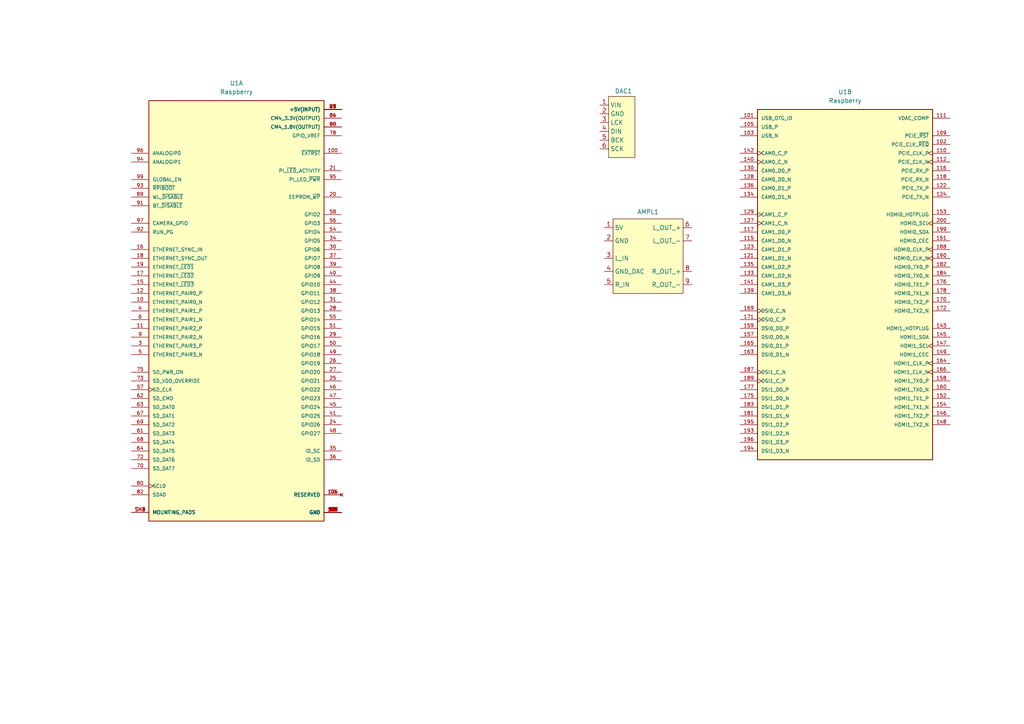
<source format=kicad_sch>
(kicad_sch (version 20250114) (generator "eeschema") (generator_version "9.0")
  (paper "A4")
  (lib_symbols
    (symbol "PAM8403:PAM8403_Amplifier"
      (property "Reference" "AMPL" (at -45.72 42.672 0))
      (symbol "PAM8403_Amplifier_1_1"
        (rectangle (start -55.88 40.64) (end -35.56 19.05) (stroke (width 0) (color 82 0 0 1)) (fill (type background)))
        (pin power_in line (at -58.42 38.1 0) (length 2.54) (name "5V") (number "1"))
        (pin power_in line (at -58.42 34.29 0) (length 2.54) (name "GND") (number "2"))
        (pin input line (at -58.42 29.21 0) (length 2.54) (name "L_IN") (number "3"))
        (pin power_in line (at -58.42 25.4 0) (length 2.54) (name "GND_DAC") (number "4"))
        (pin input line (at -58.42 21.59 0) (length 2.54) (name "R_IN") (number "5"))
        (pin output line (at -33.02 38.1 180) (length 2.54) (name "L_OUT_+") (number "6"))
        (pin output line (at -33.02 34.29 180) (length 2.54) (name "L_OUT_-") (number "7"))
        (pin output line (at -33.02 25.4 180) (length 2.54) (name "R_OUT_+") (number "8"))
        (pin output line (at -33.02 21.59 180) (length 2.54) (name "R_OUT_-") (number "9"))
      )
    )
    (symbol "PCM5102:PCM5102_DAC"
      (property "Reference" "DAC" (at 36.576 -9.906 0))
      (symbol "PCM5102_DAC_1_1"
        (rectangle (start 33.02 -11.43) (end 40.64 -29.21) (stroke (width 0) (color 92 7 9 1)) (fill (type background)))
        (pin power_in line (at 30.48 -13.97 0) (length 2.54) (name "VIN") (number "1"))
        (pin power_in line (at 30.48 -16.51 0) (length 2.54) (name "GND") (number "2"))
        (pin input line (at 30.48 -19.05 0) (length 2.54) (name "LCK") (number "3"))
        (pin input line (at 30.48 -21.59 0) (length 2.54) (name "DIN") (number "4"))
        (pin input line (at 30.48 -24.13 0) (length 2.54) (name "BCK") (number "5"))
        (pin input line (at 30.48 -26.67 0) (length 2.54) (name "SCK") (number "6"))
      )
    )
    (symbol "Raspberry Compute Modele 4:SC0682" (pin_names (offset 1.016))
      (property "Reference" "U" (at -25.4 61.722 0))
      (property "Value" "SC0682" (at -25.4 -61.722 0))
      (symbol "SC0682_1_0"
        (rectangle (start -25.4 -60.96) (end 25.4 60.96) (stroke (width 0.254)) (fill (type background)))
        (pin input line (at -30.48 45.72 0) (length 5.08) (name "ANALOGIP0") (number "96"))
        (pin input line (at -30.48 43.18 0) (length 5.08) (name "ANALOGIP1") (number "94"))
        (pin input line (at -30.48 38.1 0) (length 5.08) (name "GLOBAL_EN") (number "99"))
        (pin input line (at -30.48 35.56 0) (length 5.08) (name "~{RPIBOOT}") (number "93"))
        (pin input line (at -30.48 33.02 0) (length 5.08) (name "WL_~{DISABLE}") (number "89"))
        (pin input line (at -30.48 30.48 0) (length 5.08) (name "BT_~{DISABLE}") (number "91"))
        (pin bidirectional line (at -30.48 25.4 0) (length 5.08) (name "CAMERA_GPIO") (number "97"))
        (pin bidirectional line (at -30.48 22.86 0) (length 5.08) (name "RUN_PG") (number "92"))
        (pin input line (at -30.48 17.78 0) (length 5.08) (name "ETHERNET_SYNC_IN") (number "16"))
        (pin output line (at -30.48 15.24 0) (length 5.08) (name "ETHERNET_SYNC_OUT") (number "18"))
        (pin output line (at -30.48 12.7 0) (length 5.08) (name "ETHERNET_~{LED1}") (number "19"))
        (pin output line (at -30.48 10.16 0) (length 5.08) (name "ETHERNET_~{LED2}") (number "17"))
        (pin output line (at -30.48 7.62 0) (length 5.08) (name "ETHERNET_~{LED3}") (number "15"))
        (pin bidirectional line (at -30.48 5.08 0) (length 5.08) (name "ETHERNET_PAIR0_P") (number "12"))
        (pin bidirectional line (at -30.48 2.54 0) (length 5.08) (name "ETHERNET_PAIR0_N") (number "10"))
        (pin bidirectional line (at -30.48 0 0) (length 5.08) (name "ETHERNET_PAIR1_P") (number "4"))
        (pin bidirectional line (at -30.48 -2.54 0) (length 5.08) (name "ETHERNET_PAIR1_N") (number "6"))
        (pin bidirectional line (at -30.48 -5.08 0) (length 5.08) (name "ETHERNET_PAIR2_P") (number "11"))
        (pin bidirectional line (at -30.48 -7.62 0) (length 5.08) (name "ETHERNET_PAIR2_N") (number "9"))
        (pin bidirectional line (at -30.48 -10.16 0) (length 5.08) (name "ETHERNET_PAIR3_P") (number "3"))
        (pin bidirectional line (at -30.48 -12.7 0) (length 5.08) (name "ETHERNET_PAIR3_N") (number "5"))
        (pin output line (at -30.48 -17.78 0) (length 5.08) (name "SD_PWR_ON") (number "75"))
        (pin input line (at -30.48 -20.32 0) (length 5.08) (name "SD_VDD_OVERRIDE") (number "73"))
        (pin bidirectional clock (at -30.48 -22.86 0) (length 5.08) (name "SD_CLK") (number "57"))
        (pin input line (at -30.48 -25.4 0) (length 5.08) (name "SD_CMD") (number "62"))
        (pin bidirectional line (at -30.48 -27.94 0) (length 5.08) (name "SD_DAT0") (number "63"))
        (pin bidirectional line (at -30.48 -30.48 0) (length 5.08) (name "SD_DAT1") (number "67"))
        (pin bidirectional line (at -30.48 -33.02 0) (length 5.08) (name "SD_DAT2") (number "69"))
        (pin bidirectional line (at -30.48 -35.56 0) (length 5.08) (name "SD_DAT3") (number "61"))
        (pin bidirectional line (at -30.48 -38.1 0) (length 5.08) (name "SD_DAT4") (number "68"))
        (pin bidirectional line (at -30.48 -40.64 0) (length 5.08) (name "SD_DAT5") (number "64"))
        (pin bidirectional line (at -30.48 -43.18 0) (length 5.08) (name "SD_DAT6") (number "72"))
        (pin bidirectional line (at -30.48 -45.72 0) (length 5.08) (name "SD_DAT7") (number "70"))
        (pin input clock (at -30.48 -50.8 0) (length 5.08) (name "SCL0") (number "80"))
        (pin bidirectional line (at -30.48 -53.34 0) (length 5.08) (name "SDA0") (number "82"))
        (pin passive line (at -30.48 -58.42 0) (length 5.08) (name "MOUNTING_PADS") (number "SH1"))
        (pin passive line (at -30.48 -58.42 0) (length 5.08) (name "MOUNTING_PADS") (number "SH2"))
        (pin passive line (at -30.48 -58.42 0) (length 5.08) (name "MOUNTING_PADS") (number "SH3"))
        (pin passive line (at -30.48 -58.42 0) (length 5.08) (name "MOUNTING_PADS") (number "SH4"))
        (pin power_in line (at 30.48 58.42 180) (length 5.08) (name "+5V(INPUT)") (number "77"))
        (pin power_in line (at 30.48 58.42 180) (length 5.08) (name "+5V(INPUT)") (number "79"))
        (pin power_in line (at 30.48 58.42 180) (length 5.08) (name "+5V(INPUT)") (number "81"))
        (pin power_in line (at 30.48 58.42 180) (length 5.08) (name "+5V(INPUT)") (number "83"))
        (pin power_in line (at 30.48 58.42 180) (length 5.08) (name "+5V(INPUT)") (number "85"))
        (pin power_in line (at 30.48 58.42 180) (length 5.08) (name "+5V(INPUT)") (number "87"))
        (pin power_in line (at 30.48 55.88 180) (length 5.08) (name "CM4_3.3V(OUTPUT)") (number "84"))
        (pin power_in line (at 30.48 55.88 180) (length 5.08) (name "CM4_3.3V(OUTPUT)") (number "86"))
        (pin power_in line (at 30.48 53.34 180) (length 5.08) (name "CM4_1.8V(OUTPUT)") (number "88"))
        (pin power_in line (at 30.48 53.34 180) (length 5.08) (name "CM4_1.8V(OUTPUT)") (number "90"))
        (pin power_in line (at 30.48 50.8 180) (length 5.08) (name "GPIO_VREF") (number "78"))
        (pin output line (at 30.48 45.72 180) (length 5.08) (name "~{EXTRST}") (number "100"))
        (pin bidirectional line (at 30.48 40.64 180) (length 5.08) (name "PI_~{LED}_ACTIVITY") (number "21"))
        (pin output line (at 30.48 38.1 180) (length 5.08) (name "PI_LED_~{PWR}") (number "95"))
        (pin bidirectional line (at 30.48 33.02 180) (length 5.08) (name "EEPROM_~{WP}") (number "20"))
        (pin bidirectional line (at 30.48 27.94 180) (length 5.08) (name "GPIO2") (number "58"))
        (pin bidirectional line (at 30.48 25.4 180) (length 5.08) (name "GPIO3") (number "56"))
        (pin bidirectional line (at 30.48 22.86 180) (length 5.08) (name "GPIO4") (number "54"))
        (pin bidirectional line (at 30.48 20.32 180) (length 5.08) (name "GPIO5") (number "34"))
        (pin bidirectional line (at 30.48 17.78 180) (length 5.08) (name "GPIO6") (number "30"))
        (pin bidirectional line (at 30.48 15.24 180) (length 5.08) (name "GPIO7") (number "37"))
        (pin bidirectional line (at 30.48 12.7 180) (length 5.08) (name "GPIO8") (number "39"))
        (pin bidirectional line (at 30.48 10.16 180) (length 5.08) (name "GPIO9") (number "40"))
        (pin bidirectional line (at 30.48 7.62 180) (length 5.08) (name "GPIO10") (number "44"))
        (pin bidirectional line (at 30.48 5.08 180) (length 5.08) (name "GPIO11") (number "38"))
        (pin bidirectional line (at 30.48 2.54 180) (length 5.08) (name "GPIO12") (number "31"))
        (pin bidirectional line (at 30.48 0 180) (length 5.08) (name "GPIO13") (number "28"))
        (pin bidirectional line (at 30.48 -2.54 180) (length 5.08) (name "GPIO14") (number "55"))
        (pin bidirectional line (at 30.48 -5.08 180) (length 5.08) (name "GPIO15") (number "51"))
        (pin bidirectional line (at 30.48 -7.62 180) (length 5.08) (name "GPIO16") (number "29"))
        (pin bidirectional line (at 30.48 -10.16 180) (length 5.08) (name "GPIO17") (number "50"))
        (pin bidirectional line (at 30.48 -12.7 180) (length 5.08) (name "GPIO18") (number "49"))
        (pin bidirectional line (at 30.48 -15.24 180) (length 5.08) (name "GPIO19") (number "26"))
        (pin bidirectional line (at 30.48 -17.78 180) (length 5.08) (name "GPIO20") (number "27"))
        (pin bidirectional line (at 30.48 -20.32 180) (length 5.08) (name "GPIO21") (number "25"))
        (pin bidirectional line (at 30.48 -22.86 180) (length 5.08) (name "GPIO22") (number "46"))
        (pin bidirectional line (at 30.48 -25.4 180) (length 5.08) (name "GPIO23") (number "47"))
        (pin bidirectional line (at 30.48 -27.94 180) (length 5.08) (name "GPIO24") (number "45"))
        (pin bidirectional line (at 30.48 -30.48 180) (length 5.08) (name "GPIO25") (number "41"))
        (pin bidirectional line (at 30.48 -33.02 180) (length 5.08) (name "GPIO26") (number "24"))
        (pin bidirectional line (at 30.48 -35.56 180) (length 5.08) (name "GPIO27") (number "48"))
        (pin bidirectional line (at 30.48 -40.64 180) (length 5.08) (name "ID_SC") (number "35"))
        (pin bidirectional line (at 30.48 -43.18 180) (length 5.08) (name "ID_SD") (number "36"))
        (pin no_connect line (at 30.48 -53.34 180) (length 5.08) (name "RESERVED") (number "104"))
        (pin no_connect line (at 30.48 -53.34 180) (length 5.08) (name "RESERVED") (number "106"))
        (pin no_connect line (at 30.48 -53.34 180) (length 5.08) (name "RESERVED") (number "76"))
        (pin power_in line (at 30.48 -58.42 180) (length 5.08) (name "GND") (number "1"))
        (pin power_in line (at 30.48 -58.42 180) (length 5.08) (name "GND") (number "107"))
        (pin power_in line (at 30.48 -58.42 180) (length 5.08) (name "GND") (number "108"))
        (pin power_in line (at 30.48 -58.42 180) (length 5.08) (name "GND") (number "113"))
        (pin power_in line (at 30.48 -58.42 180) (length 5.08) (name "GND") (number "114"))
        (pin power_in line (at 30.48 -58.42 180) (length 5.08) (name "GND") (number "119"))
        (pin power_in line (at 30.48 -58.42 180) (length 5.08) (name "GND") (number "120"))
        (pin power_in line (at 30.48 -58.42 180) (length 5.08) (name "GND") (number "125"))
        (pin power_in line (at 30.48 -58.42 180) (length 5.08) (name "GND") (number "126"))
        (pin power_in line (at 30.48 -58.42 180) (length 5.08) (name "GND") (number "13"))
        (pin power_in line (at 30.48 -58.42 180) (length 5.08) (name "GND") (number "131"))
        (pin power_in line (at 30.48 -58.42 180) (length 5.08) (name "GND") (number "132"))
        (pin power_in line (at 30.48 -58.42 180) (length 5.08) (name "GND") (number "137"))
        (pin power_in line (at 30.48 -58.42 180) (length 5.08) (name "GND") (number "138"))
        (pin power_in line (at 30.48 -58.42 180) (length 5.08) (name "GND") (number "14"))
        (pin power_in line (at 30.48 -58.42 180) (length 5.08) (name "GND") (number "144"))
        (pin power_in line (at 30.48 -58.42 180) (length 5.08) (name "GND") (number "150"))
        (pin power_in line (at 30.48 -58.42 180) (length 5.08) (name "GND") (number "155"))
        (pin power_in line (at 30.48 -58.42 180) (length 5.08) (name "GND") (number "156"))
        (pin power_in line (at 30.48 -58.42 180) (length 5.08) (name "GND") (number "161"))
        (pin power_in line (at 30.48 -58.42 180) (length 5.08) (name "GND") (number "162"))
        (pin power_in line (at 30.48 -58.42 180) (length 5.08) (name "GND") (number "167"))
        (pin power_in line (at 30.48 -58.42 180) (length 5.08) (name "GND") (number "168"))
        (pin power_in line (at 30.48 -58.42 180) (length 5.08) (name "GND") (number "173"))
        (pin power_in line (at 30.48 -58.42 180) (length 5.08) (name "GND") (number "174"))
        (pin power_in line (at 30.48 -58.42 180) (length 5.08) (name "GND") (number "179"))
        (pin power_in line (at 30.48 -58.42 180) (length 5.08) (name "GND") (number "180"))
        (pin power_in line (at 30.48 -58.42 180) (length 5.08) (name "GND") (number "185"))
        (pin power_in line (at 30.48 -58.42 180) (length 5.08) (name "GND") (number "186"))
        (pin power_in line (at 30.48 -58.42 180) (length 5.08) (name "GND") (number "191"))
        (pin power_in line (at 30.48 -58.42 180) (length 5.08) (name "GND") (number "192"))
        (pin power_in line (at 30.48 -58.42 180) (length 5.08) (name "GND") (number "197"))
        (pin power_in line (at 30.48 -58.42 180) (length 5.08) (name "GND") (number "198"))
        (pin power_in line (at 30.48 -58.42 180) (length 5.08) (name "GND") (number "2"))
        (pin power_in line (at 30.48 -58.42 180) (length 5.08) (name "GND") (number "22"))
        (pin power_in line (at 30.48 -58.42 180) (length 5.08) (name "GND") (number "23"))
        (pin power_in line (at 30.48 -58.42 180) (length 5.08) (name "GND") (number "32"))
        (pin power_in line (at 30.48 -58.42 180) (length 5.08) (name "GND") (number "33"))
        (pin power_in line (at 30.48 -58.42 180) (length 5.08) (name "GND") (number "42"))
        (pin power_in line (at 30.48 -58.42 180) (length 5.08) (name "GND") (number "43"))
        (pin power_in line (at 30.48 -58.42 180) (length 5.08) (name "GND") (number "52"))
        (pin power_in line (at 30.48 -58.42 180) (length 5.08) (name "GND") (number "53"))
        (pin power_in line (at 30.48 -58.42 180) (length 5.08) (name "GND") (number "59"))
        (pin power_in line (at 30.48 -58.42 180) (length 5.08) (name "GND") (number "60"))
        (pin power_in line (at 30.48 -58.42 180) (length 5.08) (name "GND") (number "65"))
        (pin power_in line (at 30.48 -58.42 180) (length 5.08) (name "GND") (number "66"))
        (pin power_in line (at 30.48 -58.42 180) (length 5.08) (name "GND") (number "7"))
        (pin power_in line (at 30.48 -58.42 180) (length 5.08) (name "GND") (number "71"))
        (pin power_in line (at 30.48 -58.42 180) (length 5.08) (name "GND") (number "74"))
        (pin power_in line (at 30.48 -58.42 180) (length 5.08) (name "GND") (number "8"))
        (pin power_in line (at 30.48 -58.42 180) (length 5.08) (name "GND") (number "98"))
      )
      (symbol "SC0682_2_0"
        (rectangle (start -25.4 -50.8) (end 25.4 50.8) (stroke (width 0.254)) (fill (type background)))
        (pin input line (at -30.48 48.26 0) (length 5.08) (name "USB_OTG_ID") (number "101"))
        (pin bidirectional line (at -30.48 45.72 0) (length 5.08) (name "USB_P") (number "105"))
        (pin bidirectional line (at -30.48 43.18 0) (length 5.08) (name "USB_N") (number "103"))
        (pin input clock (at -30.48 38.1 0) (length 5.08) (name "CAM0_C_P") (number "142"))
        (pin input clock (at -30.48 35.56 0) (length 5.08) (name "CAM0_C_N") (number "140"))
        (pin input line (at -30.48 33.02 0) (length 5.08) (name "CAM0_D0_P") (number "130"))
        (pin input line (at -30.48 30.48 0) (length 5.08) (name "CAM0_D0_N") (number "128"))
        (pin input line (at -30.48 27.94 0) (length 5.08) (name "CAM0_D1_P") (number "136"))
        (pin input line (at -30.48 25.4 0) (length 5.08) (name "CAM0_D1_N") (number "134"))
        (pin input clock (at -30.48 20.32 0) (length 5.08) (name "CAM1_C_P") (number "129"))
        (pin input clock (at -30.48 17.78 0) (length 5.08) (name "CAM1_C_N") (number "127"))
        (pin input line (at -30.48 15.24 0) (length 5.08) (name "CAM1_D0_P") (number "117"))
        (pin input line (at -30.48 12.7 0) (length 5.08) (name "CAM1_D0_N") (number "115"))
        (pin input line (at -30.48 10.16 0) (length 5.08) (name "CAM1_D1_P") (number "123"))
        (pin input line (at -30.48 7.62 0) (length 5.08) (name "CAM1_D1_N") (number "121"))
        (pin input line (at -30.48 5.08 0) (length 5.08) (name "CAM1_D2_P") (number "135"))
        (pin input line (at -30.48 2.54 0) (length 5.08) (name "CAM1_D2_N") (number "133"))
        (pin input line (at -30.48 0 0) (length 5.08) (name "CAM1_D3_P") (number "141"))
        (pin input line (at -30.48 -2.54 0) (length 5.08) (name "CAM1_D3_N") (number "139"))
        (pin output clock (at -30.48 -7.62 0) (length 5.08) (name "DSI0_C_N") (number "169"))
        (pin output clock (at -30.48 -10.16 0) (length 5.08) (name "DSI0_C_P") (number "171"))
        (pin output line (at -30.48 -12.7 0) (length 5.08) (name "DSI0_D0_P") (number "159"))
        (pin output line (at -30.48 -15.24 0) (length 5.08) (name "DSI0_D0_N") (number "157"))
        (pin output line (at -30.48 -17.78 0) (length 5.08) (name "DSI0_D1_P") (number "165"))
        (pin output line (at -30.48 -20.32 0) (length 5.08) (name "DSI0_D1_N") (number "163"))
        (pin output clock (at -30.48 -25.4 0) (length 5.08) (name "DSI1_C_N") (number "187"))
        (pin output clock (at -30.48 -27.94 0) (length 5.08) (name "DSI1_C_P") (number "189"))
        (pin output line (at -30.48 -30.48 0) (length 5.08) (name "DSI1_D0_P") (number "177"))
        (pin output line (at -30.48 -33.02 0) (length 5.08) (name "DSI1_D0_N") (number "175"))
        (pin output line (at -30.48 -35.56 0) (length 5.08) (name "DSI1_D1_P") (number "183"))
        (pin output line (at -30.48 -38.1 0) (length 5.08) (name "DSI1_D1_N") (number "181"))
        (pin output line (at -30.48 -40.64 0) (length 5.08) (name "DSI1_D2_P") (number "195"))
        (pin output line (at -30.48 -43.18 0) (length 5.08) (name "DSI1_D2_N") (number "193"))
        (pin output line (at -30.48 -45.72 0) (length 5.08) (name "DSI1_D3_P") (number "196"))
        (pin output line (at -30.48 -48.26 0) (length 5.08) (name "DSI1_D3_N") (number "194"))
        (pin output line (at 30.48 48.26 180) (length 5.08) (name "VDAC_COMP") (number "111"))
        (pin output line (at 30.48 43.18 180) (length 5.08) (name "PCIE_~{RST}") (number "109"))
        (pin input line (at 30.48 40.64 180) (length 5.08) (name "PCIE_CLK_~{REQ}") (number "102"))
        (pin output clock (at 30.48 38.1 180) (length 5.08) (name "PCIE_CLK_P") (number "110"))
        (pin output clock (at 30.48 35.56 180) (length 5.08) (name "PCIE_CLK_N") (number "112"))
        (pin input line (at 30.48 33.02 180) (length 5.08) (name "PCIE_RX_P") (number "116"))
        (pin input line (at 30.48 30.48 180) (length 5.08) (name "PCIE_RX_N") (number "118"))
        (pin output line (at 30.48 27.94 180) (length 5.08) (name "PCIE_TX_P") (number "122"))
        (pin output line (at 30.48 25.4 180) (length 5.08) (name "PCIE_TX_N") (number "124"))
        (pin input line (at 30.48 20.32 180) (length 5.08) (name "HDMI0_HOTPLUG") (number "153"))
        (pin bidirectional clock (at 30.48 17.78 180) (length 5.08) (name "HDMI0_SCL") (number "200"))
        (pin bidirectional line (at 30.48 15.24 180) (length 5.08) (name "HDMI0_SDA") (number "199"))
        (pin input line (at 30.48 12.7 180) (length 5.08) (name "HDMI0_CEC") (number "151"))
        (pin output clock (at 30.48 10.16 180) (length 5.08) (name "HDMI0_CLK_P") (number "188"))
        (pin output clock (at 30.48 7.62 180) (length 5.08) (name "HDMI0_CLK_N") (number "190"))
        (pin output line (at 30.48 5.08 180) (length 5.08) (name "HDMI0_TX0_P") (number "182"))
        (pin output line (at 30.48 2.54 180) (length 5.08) (name "HDMI0_TX0_N") (number "184"))
        (pin output line (at 30.48 0 180) (length 5.08) (name "HDMI0_TX1_P") (number "176"))
        (pin output line (at 30.48 -2.54 180) (length 5.08) (name "HDMI0_TX1_N") (number "178"))
        (pin output line (at 30.48 -5.08 180) (length 5.08) (name "HDMI0_TX2_P") (number "170"))
        (pin output line (at 30.48 -7.62 180) (length 5.08) (name "HDMI0_TX2_N") (number "172"))
        (pin input line (at 30.48 -12.7 180) (length 5.08) (name "HDMI1_HOTPLUG") (number "143"))
        (pin bidirectional line (at 30.48 -15.24 180) (length 5.08) (name "HDMI1_SDA") (number "145"))
        (pin bidirectional clock (at 30.48 -17.78 180) (length 5.08) (name "HDMI1_SCL") (number "147"))
        (pin input line (at 30.48 -20.32 180) (length 5.08) (name "HDMI1_CEC") (number "149"))
        (pin output clock (at 30.48 -22.86 180) (length 5.08) (name "HDMI1_CLK_P") (number "164"))
        (pin output clock (at 30.48 -25.4 180) (length 5.08) (name "HDMI1_CLK_N") (number "166"))
        (pin output line (at 30.48 -27.94 180) (length 5.08) (name "HDMI1_TX0_P") (number "158"))
        (pin output line (at 30.48 -30.48 180) (length 5.08) (name "HDMI1_TX0_N") (number "160"))
        (pin output line (at 30.48 -33.02 180) (length 5.08) (name "HDMI1_TX1_P") (number "152"))
        (pin output line (at 30.48 -35.56 180) (length 5.08) (name "HDMI1_TX1_N") (number "154"))
        (pin output line (at 30.48 -38.1 180) (length 5.08) (name "HDMI1_TX2_P") (number "146"))
        (pin output line (at 30.48 -40.64 180) (length 5.08) (name "HDMI1_TX2_N") (number "148"))
      )
    )
  )
  (symbol (lib_id "PAM8403:PAM8403_Amplifier") (at 233.68 104.14 0) (unit 1)
    (property "Reference" "AMPL1" (at 187.96 61.468 0))
    (property "Footprint" "Sensor:PAM8403" (effects (hide yes)))
  )
  (symbol (lib_id "PCM5102:PCM5102_DAC") (at 143.51 16.51 0) (unit 1)
    (property "Reference" "DAC1" (at 178.308 26.416 0) (effects (justify left)))
    (property "Footprint" "Connector_PinHeader_2.54mm:PinHeader_1x06_P2.54mm_Vertical" (effects (hide yes)))
  )
  (symbol (lib_id "Raspberry Compute Modele 4:SC0682") (at 245.11 82.55 0) (unit 2)
    (property "Reference" "U1" (at 245.11 26.67 0))
    (property "Value" "Raspberry" (at 245.11 29.21 0))
    (property "Footprint" "Raspberry Compute Modele 4:MODULE_SC0682" (effects (hide yes)))
    (property "MF" "Raspberry Pi" (effects (hide yes)))
    (property "MAXIMUM_PACKAGE_HEIGHT" "5.188 mm" (effects (hide yes)))
    (property "Package" "None" (effects (hide yes)))
    (property "Price" "None" (effects (hide yes)))
    (property "Check_prices" "https://www.snapeda.com/parts/SC0682/Raspberry+Pi/view-part/?ref=eda" (effects (hide yes)))
    (property "STANDARD" "Manufacturer Recommendations" (effects (hide yes)))
    (property "PARTREV" "2021-10-12" (effects (hide yes)))
    (property "SnapEDA_Link" "https://www.snapeda.com/parts/SC0682/Raspberry+Pi/view-part/?ref=snap" (effects (hide yes)))
    (property "MP" "SC0682" (effects (hide yes)))
    (property "Description_1" "The Raspberry Pi Compute Module 4 CM4002032 Rev 5 Single Board Computer is a high-performance embedded computer featuring a 1.5GHz quad-core ARM Cortex-A72 processor 2GB of RAM and 32GB of storage. It offers connectivity options including Gigabit Ethernet, USB 2.0, and multiple video output interfaces such as HDMI, CSI, DPI, and DSI. With 28 digital I/O lines and expansion sites for I2C, SPI, and UART, this single board computer provides multiple interfacing capabilities. Designed to operate in temperatures ranging from -20°C to 75°C, it is suitable for various industrial and commercial environments." (effects (hide yes)))
    (property "Availability" "In Stock" (effects (hide yes)))
    (property "MANUFACTURER" "Raspberry Pi" (effects (hide yes)))
  )
  (symbol (lib_id "Raspberry Compute Modele 4:SC0682") (at 68.58 90.17 0) (unit 1)
    (property "Reference" "U1" (at 68.58 24.13 0))
    (property "Value" "Raspberry" (at 68.58 26.67 0))
    (property "Footprint" "Raspberry Compute Modele 4:MODULE_SC0682" (effects (hide yes)))
    (property "MF" "Raspberry Pi" (effects (hide yes)))
    (property "MAXIMUM_PACKAGE_HEIGHT" "5.188 mm" (effects (hide yes)))
    (property "Package" "None" (effects (hide yes)))
    (property "Price" "None" (effects (hide yes)))
    (property "Check_prices" "https://www.snapeda.com/parts/SC0682/Raspberry+Pi/view-part/?ref=eda" (effects (hide yes)))
    (property "STANDARD" "Manufacturer Recommendations" (effects (hide yes)))
    (property "PARTREV" "2021-10-12" (effects (hide yes)))
    (property "SnapEDA_Link" "https://www.snapeda.com/parts/SC0682/Raspberry+Pi/view-part/?ref=snap" (effects (hide yes)))
    (property "MP" "SC0682" (effects (hide yes)))
    (property "Description_1" "The Raspberry Pi Compute Module 4 CM4002032 Rev 5 Single Board Computer is a high-performance embedded computer featuring a 1.5GHz quad-core ARM Cortex-A72 processor 2GB of RAM and 32GB of storage. It offers connectivity options including Gigabit Ethernet, USB 2.0, and multiple video output interfaces such as HDMI, CSI, DPI, and DSI. With 28 digital I/O lines and expansion sites for I2C, SPI, and UART, this single board computer provides multiple interfacing capabilities. Designed to operate in temperatures ranging from -20°C to 75°C, it is suitable for various industrial and commercial environments." (effects (hide yes)))
    (property "Availability" "In Stock" (effects (hide yes)))
    (property "MANUFACTURER" "Raspberry Pi" (effects (hide yes)))
  )
)
</source>
